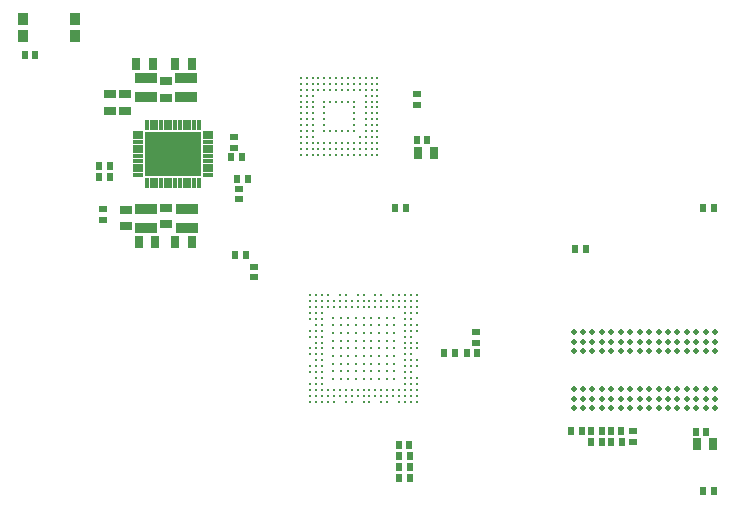
<source format=gts>
G04 Layer_Color=8388736*
%FSLAX43Y43*%
%MOMM*%
G71*
G01*
G75*
%ADD40C,0.330*%
%ADD41R,0.610X0.660*%
%ADD42R,0.740X0.990*%
%ADD43R,1.900X0.900*%
%ADD44R,0.990X0.740*%
%ADD45R,0.660X0.610*%
%ADD46R,0.850X1.100*%
%ADD47R,0.800X0.610*%
%ADD48C,0.500*%
%ADD49R,0.610X0.800*%
%ADD50R,0.300X0.900*%
%ADD51R,4.700X3.700*%
%ADD52R,0.900X0.300*%
D40*
X34975Y65075D02*
D03*
X34475D02*
D03*
X33975D02*
D03*
Y66575D02*
D03*
X34475D02*
D03*
X34975D02*
D03*
X33975Y66075D02*
D03*
X34475D02*
D03*
X33975Y65575D02*
D03*
X34475D02*
D03*
X34975D02*
D03*
X33975Y68075D02*
D03*
X34475D02*
D03*
X34975D02*
D03*
X33975Y67575D02*
D03*
X34475D02*
D03*
X33975Y67075D02*
D03*
X34475D02*
D03*
X34975D02*
D03*
X33975Y69575D02*
D03*
X34475D02*
D03*
X34975D02*
D03*
X33975Y69075D02*
D03*
X34475D02*
D03*
X33975Y68575D02*
D03*
X34475D02*
D03*
X34975D02*
D03*
X33975Y71075D02*
D03*
X34475D02*
D03*
X34975D02*
D03*
X33975Y70575D02*
D03*
X34475D02*
D03*
X33975Y70075D02*
D03*
X34475D02*
D03*
X34975D02*
D03*
X27475Y63575D02*
D03*
X27975D02*
D03*
X28975D02*
D03*
X29475D02*
D03*
X31975D02*
D03*
X30975D02*
D03*
X30475D02*
D03*
X34475D02*
D03*
X33975D02*
D03*
X33475D02*
D03*
X32475D02*
D03*
X34975D02*
D03*
X27475Y64075D02*
D03*
X27975D02*
D03*
X28475D02*
D03*
X28975D02*
D03*
X29475D02*
D03*
X31975D02*
D03*
X31475D02*
D03*
X30975D02*
D03*
X30475D02*
D03*
X29975D02*
D03*
X34475D02*
D03*
X33975D02*
D03*
X33475D02*
D03*
X32975D02*
D03*
X32475D02*
D03*
X34975D02*
D03*
Y64575D02*
D03*
X32475D02*
D03*
X32975D02*
D03*
X33475D02*
D03*
X33975D02*
D03*
X34475D02*
D03*
X29975D02*
D03*
X30475D02*
D03*
X30975D02*
D03*
X31475D02*
D03*
X31975D02*
D03*
X29475D02*
D03*
X28975D02*
D03*
X28475D02*
D03*
X27975D02*
D03*
X27475D02*
D03*
X25975Y64075D02*
D03*
X26975Y71075D02*
D03*
X26475D02*
D03*
X25975D02*
D03*
X26975Y63575D02*
D03*
X26475D02*
D03*
X25975D02*
D03*
X26975Y64075D02*
D03*
X26475D02*
D03*
X26975Y64575D02*
D03*
X26475D02*
D03*
X25975D02*
D03*
X26975Y65075D02*
D03*
X26475D02*
D03*
X25975D02*
D03*
X26975Y65575D02*
D03*
X26475D02*
D03*
X33075Y66775D02*
D03*
X32425D02*
D03*
X31775D02*
D03*
X31125D02*
D03*
X30475D02*
D03*
X29825D02*
D03*
X29175D02*
D03*
X28525D02*
D03*
X27875D02*
D03*
X26975Y66075D02*
D03*
X26475D02*
D03*
X25975D02*
D03*
X33075Y67425D02*
D03*
X32425D02*
D03*
X31775D02*
D03*
X31125D02*
D03*
X30475D02*
D03*
X29825D02*
D03*
X29175D02*
D03*
X28525D02*
D03*
X27875D02*
D03*
X26975Y66575D02*
D03*
X26475D02*
D03*
X25975D02*
D03*
X33075Y68075D02*
D03*
X32425D02*
D03*
X31775D02*
D03*
X31125D02*
D03*
X30475D02*
D03*
X29825D02*
D03*
X29175D02*
D03*
X28525D02*
D03*
X27875D02*
D03*
X26975Y67075D02*
D03*
X26475D02*
D03*
X33075Y68725D02*
D03*
X32425D02*
D03*
X31775D02*
D03*
X31125D02*
D03*
X30475D02*
D03*
X29825D02*
D03*
X29175D02*
D03*
X28525D02*
D03*
X27875D02*
D03*
X26975Y67575D02*
D03*
X26475D02*
D03*
X25975D02*
D03*
X33075Y69375D02*
D03*
X32425D02*
D03*
X31775D02*
D03*
X31125D02*
D03*
X30475D02*
D03*
X29825D02*
D03*
X29175D02*
D03*
X28525D02*
D03*
X27875D02*
D03*
X26975Y68075D02*
D03*
X26475D02*
D03*
X25975D02*
D03*
X33075Y70025D02*
D03*
X32425D02*
D03*
X31775D02*
D03*
X31125D02*
D03*
X30475D02*
D03*
X29825D02*
D03*
X29175D02*
D03*
X28525D02*
D03*
X27875D02*
D03*
X26975Y68575D02*
D03*
X26475D02*
D03*
X32425Y70675D02*
D03*
X31775D02*
D03*
X31125D02*
D03*
X30475D02*
D03*
X29825D02*
D03*
X29175D02*
D03*
X28525D02*
D03*
X26975Y69075D02*
D03*
X26475D02*
D03*
X25975D02*
D03*
X26975Y69575D02*
D03*
X26475D02*
D03*
X25975D02*
D03*
X26975Y70075D02*
D03*
X26475D02*
D03*
X26975Y70575D02*
D03*
X26475D02*
D03*
X25975D02*
D03*
X34975Y71575D02*
D03*
X34475D02*
D03*
X33975D02*
D03*
X33475D02*
D03*
X32975D02*
D03*
X32475D02*
D03*
X31975D02*
D03*
X31475D02*
D03*
X30975D02*
D03*
X30475D02*
D03*
X29975D02*
D03*
X29475D02*
D03*
X28975D02*
D03*
X28475D02*
D03*
X27975D02*
D03*
X27475D02*
D03*
X26975D02*
D03*
X26475D02*
D03*
X25975D02*
D03*
X34975Y72075D02*
D03*
X34475D02*
D03*
X33975D02*
D03*
X33475D02*
D03*
X32975D02*
D03*
X32475D02*
D03*
X31975D02*
D03*
X31475D02*
D03*
X30975D02*
D03*
X30475D02*
D03*
X29975D02*
D03*
X29475D02*
D03*
X28975D02*
D03*
X28475D02*
D03*
X27975D02*
D03*
X27475D02*
D03*
X26975D02*
D03*
X26475D02*
D03*
X25975D02*
D03*
X34975Y72575D02*
D03*
X34475D02*
D03*
X33975D02*
D03*
X33475D02*
D03*
X32975D02*
D03*
X31975D02*
D03*
X31475D02*
D03*
X30475D02*
D03*
X29975D02*
D03*
X28975D02*
D03*
X28475D02*
D03*
X27475D02*
D03*
X26975D02*
D03*
X26475D02*
D03*
X25975D02*
D03*
X27875Y70675D02*
D03*
X33075D02*
D03*
X27875Y66125D02*
D03*
X28525D02*
D03*
X29175D02*
D03*
X29825D02*
D03*
X30475D02*
D03*
X31125D02*
D03*
X31775D02*
D03*
X32425D02*
D03*
X33075D02*
D03*
X27875Y65475D02*
D03*
X28525D02*
D03*
X29175D02*
D03*
X29825D02*
D03*
X30475D02*
D03*
X31125D02*
D03*
X31775D02*
D03*
X32425D02*
D03*
X33075D02*
D03*
X31650Y84475D02*
D03*
X31150D02*
D03*
X30650D02*
D03*
X30150D02*
D03*
X29650D02*
D03*
X29150D02*
D03*
X28650D02*
D03*
X28150D02*
D03*
X27650D02*
D03*
X27150D02*
D03*
X26650D02*
D03*
X26150D02*
D03*
X25650D02*
D03*
X25150D02*
D03*
X31650Y84975D02*
D03*
X31150D02*
D03*
X30650D02*
D03*
X30150D02*
D03*
X29650D02*
D03*
X29150D02*
D03*
X28650D02*
D03*
X28150D02*
D03*
X27650D02*
D03*
X27150D02*
D03*
X26650D02*
D03*
X26150D02*
D03*
X25650D02*
D03*
X25150D02*
D03*
X31650Y85475D02*
D03*
X31150D02*
D03*
X30650D02*
D03*
X30150D02*
D03*
X29650D02*
D03*
X29150D02*
D03*
X28650D02*
D03*
X28150D02*
D03*
X27650D02*
D03*
X27150D02*
D03*
X26650D02*
D03*
X26150D02*
D03*
X25650D02*
D03*
X25150D02*
D03*
X31650Y85975D02*
D03*
X31150D02*
D03*
X30650D02*
D03*
X30150D02*
D03*
X26150D02*
D03*
X25650D02*
D03*
X25150D02*
D03*
X31650Y86475D02*
D03*
X31150D02*
D03*
X30650D02*
D03*
X29650D02*
D03*
X29150D02*
D03*
X28650D02*
D03*
X28150D02*
D03*
X27650D02*
D03*
X27150D02*
D03*
X26150D02*
D03*
X25650D02*
D03*
X25150D02*
D03*
X31650Y86975D02*
D03*
X31150D02*
D03*
X30650D02*
D03*
X29650D02*
D03*
X27150D02*
D03*
X26150D02*
D03*
X25650D02*
D03*
X25150D02*
D03*
X31650Y87475D02*
D03*
X31150D02*
D03*
X30650D02*
D03*
X29650D02*
D03*
X27150D02*
D03*
X26150D02*
D03*
X25650D02*
D03*
X25150D02*
D03*
X31650Y87975D02*
D03*
X31150D02*
D03*
X30650D02*
D03*
X29650D02*
D03*
X27150D02*
D03*
X26150D02*
D03*
X25650D02*
D03*
X25150D02*
D03*
X31650Y88475D02*
D03*
X31150D02*
D03*
X30650D02*
D03*
X29650D02*
D03*
X27150D02*
D03*
X26150D02*
D03*
X25650D02*
D03*
X25150D02*
D03*
X31650Y88975D02*
D03*
X31150D02*
D03*
X30650D02*
D03*
X29650D02*
D03*
X29150D02*
D03*
X28650D02*
D03*
X28150D02*
D03*
X27650D02*
D03*
X27150D02*
D03*
X26150D02*
D03*
X25650D02*
D03*
X25150D02*
D03*
X31650Y89475D02*
D03*
X31150D02*
D03*
X30650D02*
D03*
X26150D02*
D03*
X25650D02*
D03*
X25150D02*
D03*
X31650Y89975D02*
D03*
X31150D02*
D03*
X30650D02*
D03*
X30150D02*
D03*
X29650D02*
D03*
X29150D02*
D03*
X28650D02*
D03*
X28150D02*
D03*
X27650D02*
D03*
X27150D02*
D03*
X26650D02*
D03*
X26150D02*
D03*
X25650D02*
D03*
X25150D02*
D03*
X31650Y90475D02*
D03*
X31150D02*
D03*
X30650D02*
D03*
X30150D02*
D03*
X29650D02*
D03*
X29150D02*
D03*
X28650D02*
D03*
X28150D02*
D03*
X27650D02*
D03*
X27150D02*
D03*
X26650D02*
D03*
X26150D02*
D03*
X25650D02*
D03*
X25150D02*
D03*
X31650Y90975D02*
D03*
X31150D02*
D03*
X30650D02*
D03*
X30150D02*
D03*
X29650D02*
D03*
X29150D02*
D03*
X28650D02*
D03*
X28150D02*
D03*
X27650D02*
D03*
X27150D02*
D03*
X26650D02*
D03*
X26150D02*
D03*
X25650D02*
D03*
X25150D02*
D03*
D41*
X20175Y84275D02*
D03*
X19275D02*
D03*
X19775Y82400D02*
D03*
X20675D02*
D03*
X8075Y82600D02*
D03*
X8975D02*
D03*
X8075Y83500D02*
D03*
X8975D02*
D03*
X1775Y92950D02*
D03*
X2675D02*
D03*
X34975Y85725D02*
D03*
X35875D02*
D03*
X48950Y61100D02*
D03*
X48050D02*
D03*
X33450Y59875D02*
D03*
X34350D02*
D03*
X34375Y57100D02*
D03*
X33475D02*
D03*
X59250Y56000D02*
D03*
X60150D02*
D03*
X34025Y80000D02*
D03*
X33125D02*
D03*
X59250D02*
D03*
X60150D02*
D03*
X58600Y61025D02*
D03*
X59500D02*
D03*
X50640Y61100D02*
D03*
X49740D02*
D03*
X51410D02*
D03*
X52310D02*
D03*
D42*
X15925Y77100D02*
D03*
X14525D02*
D03*
X11425D02*
D03*
X12825D02*
D03*
X12625Y92125D02*
D03*
X11225D02*
D03*
X14525D02*
D03*
X15925D02*
D03*
X35050Y84625D02*
D03*
X36450D02*
D03*
X58675Y59950D02*
D03*
X60075D02*
D03*
D43*
X15500Y79900D02*
D03*
Y78300D02*
D03*
X12050Y79900D02*
D03*
Y78300D02*
D03*
X12025Y89400D02*
D03*
Y91000D02*
D03*
X15475Y89400D02*
D03*
Y91000D02*
D03*
D44*
X13775Y80000D02*
D03*
Y78600D02*
D03*
X10325Y79800D02*
D03*
Y78400D02*
D03*
X10300Y88200D02*
D03*
Y89600D02*
D03*
X13750Y89300D02*
D03*
Y90700D02*
D03*
X9025Y88200D02*
D03*
Y89600D02*
D03*
D45*
X8425Y78950D02*
D03*
Y79850D02*
D03*
X19525Y85950D02*
D03*
Y85050D02*
D03*
D46*
X6050Y96000D02*
D03*
Y94500D02*
D03*
X1600Y96000D02*
D03*
Y94500D02*
D03*
D47*
X35025Y89625D02*
D03*
Y88725D02*
D03*
X19900Y80700D02*
D03*
Y81600D02*
D03*
X21175Y74100D02*
D03*
Y75000D02*
D03*
X39975Y69425D02*
D03*
Y68525D02*
D03*
X53260Y61075D02*
D03*
Y60175D02*
D03*
D48*
X60250Y69425D02*
D03*
Y68625D02*
D03*
Y67825D02*
D03*
Y64625D02*
D03*
Y63825D02*
D03*
Y63025D02*
D03*
X59450Y69425D02*
D03*
Y68625D02*
D03*
Y67825D02*
D03*
Y64625D02*
D03*
Y63825D02*
D03*
Y63025D02*
D03*
X58650Y69425D02*
D03*
Y68625D02*
D03*
Y67825D02*
D03*
Y64625D02*
D03*
Y63825D02*
D03*
Y63025D02*
D03*
X57850Y69425D02*
D03*
Y68625D02*
D03*
Y67825D02*
D03*
Y64625D02*
D03*
Y63825D02*
D03*
Y63025D02*
D03*
X57050Y69425D02*
D03*
Y68625D02*
D03*
Y67825D02*
D03*
Y64625D02*
D03*
Y63825D02*
D03*
Y63025D02*
D03*
X56250Y69425D02*
D03*
Y68625D02*
D03*
Y67825D02*
D03*
Y64625D02*
D03*
Y63825D02*
D03*
Y63025D02*
D03*
X55450Y69425D02*
D03*
Y68625D02*
D03*
Y67825D02*
D03*
Y64625D02*
D03*
Y63825D02*
D03*
Y63025D02*
D03*
X54650Y69425D02*
D03*
Y68625D02*
D03*
Y67825D02*
D03*
Y64625D02*
D03*
Y63825D02*
D03*
Y63025D02*
D03*
X53850Y69425D02*
D03*
Y68625D02*
D03*
Y67825D02*
D03*
Y64625D02*
D03*
Y63825D02*
D03*
Y63025D02*
D03*
X53050Y69425D02*
D03*
Y68625D02*
D03*
Y67825D02*
D03*
Y64625D02*
D03*
Y63825D02*
D03*
Y63025D02*
D03*
X52250Y69425D02*
D03*
Y68625D02*
D03*
Y67825D02*
D03*
Y64625D02*
D03*
Y63825D02*
D03*
Y63025D02*
D03*
X51450Y69425D02*
D03*
Y68625D02*
D03*
Y67825D02*
D03*
Y64625D02*
D03*
Y63825D02*
D03*
Y63025D02*
D03*
X50650Y69425D02*
D03*
Y68625D02*
D03*
Y67825D02*
D03*
Y64625D02*
D03*
Y63825D02*
D03*
Y63025D02*
D03*
X49850Y69425D02*
D03*
Y68625D02*
D03*
Y67825D02*
D03*
Y64625D02*
D03*
Y63825D02*
D03*
Y63025D02*
D03*
X49050Y69425D02*
D03*
Y68625D02*
D03*
Y67825D02*
D03*
Y64625D02*
D03*
Y63825D02*
D03*
Y63025D02*
D03*
X48250Y69425D02*
D03*
Y68625D02*
D03*
Y67825D02*
D03*
Y64625D02*
D03*
Y63825D02*
D03*
Y63025D02*
D03*
D49*
X19600Y75950D02*
D03*
X20500D02*
D03*
X38225Y67700D02*
D03*
X37325D02*
D03*
X49750Y60150D02*
D03*
X50650D02*
D03*
X48400Y76450D02*
D03*
X49300D02*
D03*
X51425Y60150D02*
D03*
X52325D02*
D03*
X40100Y67675D02*
D03*
X39200D02*
D03*
X34375Y58000D02*
D03*
X33475D02*
D03*
Y58975D02*
D03*
X34375D02*
D03*
D50*
X16525Y82100D02*
D03*
X12125Y87000D02*
D03*
X14525D02*
D03*
X14925D02*
D03*
X15325D02*
D03*
X15725D02*
D03*
X16125D02*
D03*
X14125D02*
D03*
X13725D02*
D03*
X13325D02*
D03*
X12925D02*
D03*
X12525D02*
D03*
X12125Y82100D02*
D03*
X12525D02*
D03*
X12925D02*
D03*
X13325D02*
D03*
X13725D02*
D03*
X16125D02*
D03*
X15725D02*
D03*
X15325D02*
D03*
X14925D02*
D03*
X14525D02*
D03*
X14125D02*
D03*
X16525Y87000D02*
D03*
D51*
X14325Y84550D02*
D03*
D52*
X17275Y84350D02*
D03*
Y83950D02*
D03*
Y83550D02*
D03*
Y83150D02*
D03*
Y82750D02*
D03*
Y84750D02*
D03*
Y85150D02*
D03*
Y85550D02*
D03*
Y85950D02*
D03*
Y86350D02*
D03*
X11375D02*
D03*
Y85950D02*
D03*
Y85550D02*
D03*
Y85150D02*
D03*
Y82750D02*
D03*
Y83150D02*
D03*
Y83550D02*
D03*
Y83950D02*
D03*
Y84350D02*
D03*
Y84750D02*
D03*
M02*

</source>
